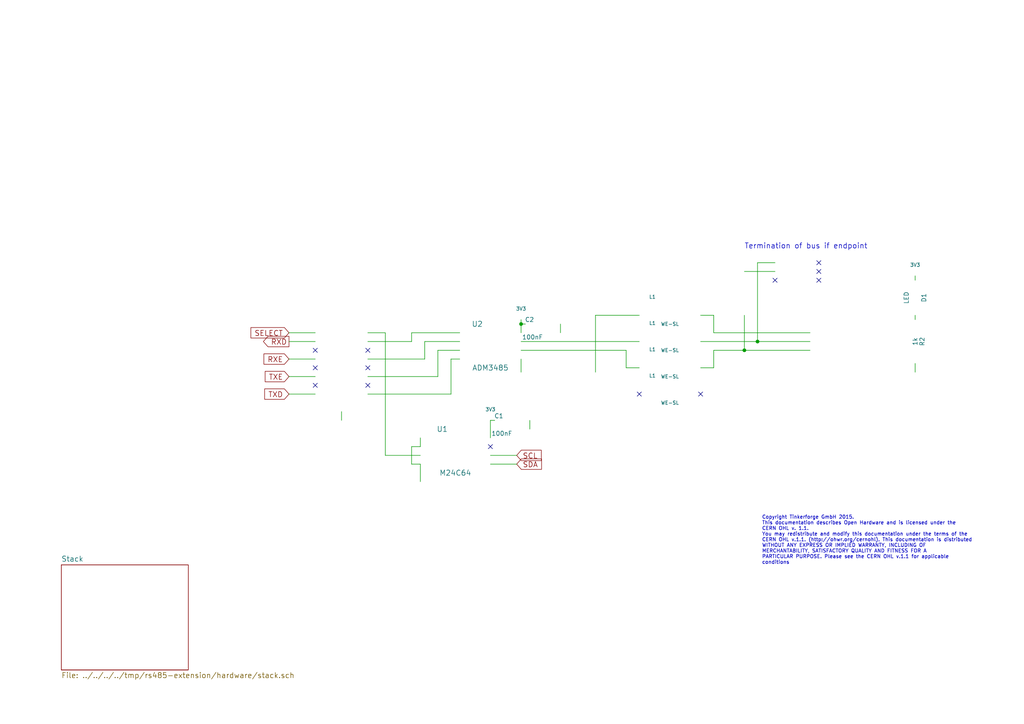
<source format=kicad_sch>
(kicad_sch (version 20230121) (generator eeschema)
  (paper "A4")
  (title_block (title "RS485 Extension") (date "Do 07 Mai 2015") (rev "1.1") (company "Tinkerforge GmbH") (comment 1 "Licensed under CERN OHL v.1.1") (comment 2 "Copyright (©) 2015, B.Nordmeyer <bastian@tinkerforge.com>"))
  (lib_symbols)
  (junction (at 151.13 93.98))
  (junction (at 215.9 101.6))
  (junction (at 219.71 99.06))
  (no_connect (at 91.44 101.6))
  (no_connect (at 142.24 129.54))
  (no_connect (at 237.49 78.74))
  (no_connect (at 106.68 106.68))
  (no_connect (at 237.49 76.2))
  (no_connect (at 91.44 111.76))
  (no_connect (at 106.68 111.76))
  (no_connect (at 106.68 101.6))
  (no_connect (at 237.49 81.28))
  (no_connect (at 185.42 114.3))
  (no_connect (at 203.2 114.3))
  (no_connect (at 91.44 106.68))
  (no_connect (at 224.79 81.28))
  (wire (pts (xy 265.43 81.28) (xy 265.43 80.01)))
  (wire (pts (xy 181.61 106.68) (xy 181.61 101.6)))
  (wire (pts (xy 153.67 124.46) (xy 153.67 121.92)))
  (wire (pts (xy 151.13 104.14) (xy 151.13 107.95)))
  (wire (pts (xy 207.01 101.6) (xy 215.9 101.6)))
  (wire (pts (xy 219.71 99.06) (xy 219.71 76.2)))
  (wire (pts (xy 142.24 132.08) (xy 149.86 132.08)))
  (wire (pts (xy 172.72 91.44) (xy 172.72 107.95)))
  (wire (pts (xy 123.19 99.06) (xy 133.35 99.06)))
  (wire (pts (xy 143.51 121.92) (xy 142.24 121.92)))
  (wire (pts (xy 133.35 104.14) (xy 130.81 104.14)))
  (wire (pts (xy 91.44 96.52) (xy 83.82 96.52)))
  (wire (pts (xy 123.19 104.14) (xy 123.19 99.06)))
  (wire (pts (xy 91.44 109.22) (xy 83.82 109.22)))
  (wire (pts (xy 203.2 99.06) (xy 219.71 99.06)))
  (wire (pts (xy 99.06 121.92) (xy 99.06 119.38)))
  (wire (pts (xy 142.24 134.62) (xy 149.86 134.62)))
  (wire (pts (xy 207.01 101.6) (xy 207.01 106.68)))
  (wire (pts (xy 207.01 96.52) (xy 207.01 91.44)))
  (wire (pts (xy 151.13 96.52) (xy 151.13 93.98)))
  (wire (pts (xy 151.13 93.98) (xy 152.4 93.98)))
  (wire (pts (xy 181.61 101.6) (xy 151.13 101.6)))
  (wire (pts (xy 119.38 96.52) (xy 133.35 96.52)))
  (wire (pts (xy 265.43 107.95) (xy 265.43 105.41)))
  (wire (pts (xy 172.72 91.44) (xy 185.42 91.44)))
  (wire (pts (xy 106.68 99.06) (xy 119.38 99.06)))
  (wire (pts (xy 219.71 99.06) (xy 234.95 99.06)))
  (wire (pts (xy 224.79 78.74) (xy 215.9 78.74)))
  (wire (pts (xy 219.71 76.2) (xy 224.79 76.2)))
  (wire (pts (xy 127 101.6) (xy 133.35 101.6)))
  (wire (pts (xy 151.13 93.98) (xy 151.13 92.71)))
  (wire (pts (xy 130.81 104.14) (xy 130.81 114.3)))
  (wire (pts (xy 215.9 101.6) (xy 234.95 101.6)))
  (wire (pts (xy 111.76 132.08) (xy 111.76 96.52)))
  (wire (pts (xy 119.38 134.62) (xy 119.38 129.54)))
  (wire (pts (xy 234.95 96.52) (xy 207.01 96.52)))
  (wire (pts (xy 121.92 129.54) (xy 121.92 127)))
  (wire (pts (xy 215.9 101.6) (xy 215.9 91.44)))
  (wire (pts (xy 106.68 104.14) (xy 123.19 104.14)))
  (wire (pts (xy 142.24 121.92) (xy 142.24 127)))
  (wire (pts (xy 119.38 134.62) (xy 121.92 134.62)))
  (wire (pts (xy 130.81 114.3) (xy 106.68 114.3)))
  (wire (pts (xy 83.82 99.06) (xy 91.44 99.06)))
  (wire (pts (xy 162.56 93.98) (xy 162.56 96.52)))
  (wire (pts (xy 83.82 114.3) (xy 91.44 114.3)))
  (wire (pts (xy 119.38 99.06) (xy 119.38 96.52)))
  (wire (pts (xy 121.92 132.08) (xy 111.76 132.08)))
  (wire (pts (xy 91.44 104.14) (xy 83.82 104.14)))
  (wire (pts (xy 185.42 106.68) (xy 181.61 106.68)))
  (wire (pts (xy 119.38 129.54) (xy 121.92 129.54)))
  (wire (pts (xy 151.13 99.06) (xy 185.42 99.06)))
  (wire (pts (xy 127 101.6) (xy 127 109.22)))
  (wire (pts (xy 265.43 92.71) (xy 265.43 91.44)))
  (wire (pts (xy 207.01 106.68) (xy 203.2 106.68)))
  (wire (pts (xy 207.01 91.44) (xy 203.2 91.44)))
  (wire (pts (xy 121.92 134.62) (xy 121.92 139.7)))
  (wire (pts (xy 127 109.22) (xy 106.68 109.22)))
  (wire (pts (xy 111.76 96.52) (xy 106.68 96.52)))
  (text "Termination of bus if endpoint" (at 215.9 72.39 0) (effects (font (size 1.524 1.524)) (justify left bottom)))
  (text "Copyright Tinkerforge GmbH 2015.\nThis documentation describes Open Hardware and is licensed under the\nCERN OHL v. 1.1.\nYou may redistribute and modify this documentation under the terms of the\nCERN OHL v.1.1. (http://ohwr.org/cernohl). This documentation is distributed\nWITHOUT ANY EXPRESS OR IMPLIED WARRANTY, INCLUDING OF\nMERCHANTABILITY, SATISFACTORY QUALITY AND FITNESS FOR A\nPARTICULAR PURPOSE. Please see the CERN OHL v.1.1 for applicable\nconditions\n" (at 220.98 163.83 0) (effects (font (size 1.016 1.016)) (justify left bottom)))
  (global_label "TXE" (shape input) (at 83.82 109.22 180) (effects (font (size 1.524 1.524))) (property "Intersheetrefs" "${INTERSHEET_REFS}" (effects hide)))
  (global_label "RXE" (shape input) (at 83.82 104.14 180) (effects (font (size 1.524 1.524))) (property "Intersheetrefs" "${INTERSHEET_REFS}" (effects hide)))
  (global_label "TXD" (shape input) (at 83.82 114.3 180) (effects (font (size 1.524 1.524))) (property "Intersheetrefs" "${INTERSHEET_REFS}" (effects hide)))
  (global_label "RXD" (shape output) (at 83.82 99.06 180) (effects (font (size 1.524 1.524))) (property "Intersheetrefs" "${INTERSHEET_REFS}" (effects hide)))
  (global_label "SDA" (shape input) (at 149.86 134.62 0) (effects (font (size 1.524 1.524))) (property "Intersheetrefs" "${INTERSHEET_REFS}" (effects hide)))
  (global_label "SCL" (shape input) (at 149.86 132.08 0) (effects (font (size 1.524 1.524))) (property "Intersheetrefs" "${INTERSHEET_REFS}" (effects hide)))
  (global_label "SELECT" (shape input) (at 83.82 96.52 180) (effects (font (size 1.524 1.524))) (property "Intersheetrefs" "${INTERSHEET_REFS}" (effects hide)))
  (symbol (lib_id "ADM3485") (at 142.24 100.33 0) (unit 1)
    (property "Reference" "U2" (at 138.43 93.98 0) (effects (font (size 1.524 1.524))))
    (property "Value" "ADM3485" (at 142.24 106.68 0) (effects (font (size 1.524 1.524))))
    (property "Footprint" "kicad-libraries:SOIC8" (effects hide))
  )
  (symbol (lib_id "3V3") (at 142.24 121.92 0) (unit 1)
    (property "Reference" "#PWR09" (effects hide))
    (property "Value" "3V3" (at 142.24 118.745 0) (effects (font (size 1.016 1.016))))
  )
  (symbol (lib_id "GND") (at 121.92 139.7 0) (unit 1)
    (property "Reference" "#PWR08" (effects hide))
    (property "Value" "GND" (effects hide))
  )
  (symbol (lib_id "GND") (at 151.13 107.95 0) (unit 1)
    (property "Reference" "#PWR07" (effects hide))
    (property "Value" "GND" (effects hide))
  )
  (symbol (lib_id "3V3") (at 151.13 92.71 0) (unit 1)
    (property "Reference" "#PWR06" (effects hide))
    (property "Value" "3V3" (at 151.13 89.535 0) (effects (font (size 1.016 1.016))))
  )
  (symbol (lib_id "CAT24C") (at 132.08 137.16 0) (unit 1)
    (property "Reference" "U1" (at 128.27 124.46 0) (effects (font (size 1.524 1.524))))
    (property "Value" "M24C64" (at 132.08 137.16 0) (effects (font (size 1.524 1.524))))
    (property "Footprint" "kicad-libraries:SOIC8" (effects hide))
  )
  (symbol (lib_id "C") (at 148.59 121.92 90) (unit 1)
    (property "Reference" "C1" (at 146.05 120.65 90) (effects (justify left)))
    (property "Value" "100nF" (at 148.59 125.73 90) (effects (justify left)))
    (property "Footprint" "kicad-libraries:C0603" (effects hide))
  )
  (symbol (lib_id "GND") (at 153.67 124.46 0) (unit 1)
    (property "Reference" "#PWR05" (effects hide))
    (property "Value" "GND" (effects hide))
  )
  (symbol (lib_id "C") (at 157.48 93.98 90) (unit 1)
    (property "Reference" "C2" (at 154.94 92.71 90) (effects (justify left)))
    (property "Value" "100nF" (at 157.48 97.79 90) (effects (justify left)))
    (property "Footprint" "kicad-libraries:C0603" (effects hide))
  )
  (symbol (lib_id "GND") (at 162.56 96.52 0) (unit 1)
    (property "Reference" "#PWR04" (effects hide))
    (property "Value" "GND" (effects hide))
  )
  (symbol (lib_id "R") (at 215.9 85.09 180) (unit 1)
    (property "Reference" "R1" (at 213.868 85.09 90))
    (property "Value" "120" (at 215.9 85.09 90))
    (property "Footprint" "kicad-libraries:R0603" (effects hide))
  )
  (symbol (lib_id "SS-2P2T-08") (at 231.14 78.74 0) (unit 1)
    (property "Reference" "SW1" (at 231.14 73.66 0) (effects (font (size 1.524 1.524))))
    (property "Value" "TER" (at 231.14 83.82 0) (effects (font (size 1.524 1.524))))
    (property "Footprint" "kicad-libraries:SLIDE_SWITCH" (effects hide))
  )
  (symbol (lib_id "CONN_3") (at 243.84 99.06 0) (mirror x) (unit 1)
    (property "Reference" "K1" (at 242.57 99.06 90))
    (property "Value" "grey" (at 245.11 99.06 90) (effects (font (size 1.016 1.016))))
    (property "Footprint" "kicad-libraries:OQ_3P" (effects hide))
  )
  (symbol (lib_id "GND") (at 172.72 107.95 0) (unit 1)
    (property "Reference" "#PWR03" (effects hide))
    (property "Value" "GND" (effects hide))
  )
  (symbol (lib_id "LED") (at 265.43 86.36 270) (unit 1)
    (property "Reference" "D1" (at 267.97 86.36 0))
    (property "Value" "LED" (at 262.89 86.36 0))
    (property "Footprint" "kicad-libraries:D0603" (effects hide))
  )
  (symbol (lib_id "R") (at 265.43 99.06 0) (unit 1)
    (property "Reference" "R2" (at 267.462 99.06 90))
    (property "Value" "1k" (at 265.43 99.06 90))
    (property "Footprint" "kicad-libraries:R0603" (effects hide))
  )
  (symbol (lib_id "GND") (at 265.43 107.95 0) (unit 1)
    (property "Reference" "#PWR02" (effects hide))
    (property "Value" "GND" (effects hide))
  )
  (symbol (lib_id "3V3") (at 265.43 80.01 0) (unit 1)
    (property "Reference" "#PWR01" (effects hide))
    (property "Value" "3V3" (at 265.43 76.835 0) (effects (font (size 1.016 1.016))))
  )
  (symbol (lib_id "WE-SL") (at 194.31 91.44 0) (unit 1)
    (property "Reference" "L1" (at 189.23 86.106 0) (effects (font (size 1.016 1.016))))
    (property "Value" "WE-SL" (at 194.31 93.98 0) (effects (font (size 1.016 1.016))))
    (property "Footprint" "kicad-libraries:WE-SL" (effects hide))
  )
  (symbol (lib_id "WE-SL") (at 194.31 99.06 0) (unit 2)
    (property "Reference" "L1" (at 189.23 93.726 0) (effects (font (size 1.016 1.016))))
    (property "Value" "WE-SL" (at 194.31 101.6 0) (effects (font (size 1.016 1.016))))
    (property "Footprint" "kicad-libraries:WE-SL" (effects hide))
  )
  (symbol (lib_id "WE-SL") (at 194.31 106.68 0) (unit 3)
    (property "Reference" "L1" (at 189.23 101.346 0) (effects (font (size 1.016 1.016))))
    (property "Value" "WE-SL" (at 194.31 109.22 0) (effects (font (size 1.016 1.016))))
    (property "Footprint" "kicad-libraries:WE-SL" (effects hide))
  )
  (symbol (lib_id "WE-SL") (at 194.31 114.3 0) (unit 4)
    (property "Reference" "L1" (at 189.23 108.966 0) (effects (font (size 1.016 1.016))))
    (property "Value" "WE-SL" (at 194.31 116.84 0) (effects (font (size 1.016 1.016))))
    (property "Footprint" "kicad-libraries:WE-SL" (effects hide))
  )
  (symbol (lib_id "Filter-8x") (at 99.06 105.41 0) (mirror y) (unit 1)
    (property "Reference" "FILTER1" (at 101.6 93.98 0) (effects (font (size 1.524 1.524))))
    (property "Value" "Filter-8x" (at 99.06 102.87 90) (effects (font (size 1.524 1.524))))
    (property "Footprint" "kicad-libraries:DFN16-33x135" (effects hide))
  )
  (symbol (lib_id "GND") (at 99.06 121.92 0) (unit 1)
    (property "Reference" "#PWR010" (effects hide))
    (property "Value" "GND" (effects hide))
  )
  (sheet (at 17.78 163.83) (size 36.83 30.48)
    (property "Sheetname" "Stack" (at 17.78 162.9914 0) (effects (font (size 1.524 1.524)) (justify left bottom)))
    (property "Sheetfile" "../../../../tmp/rs485-extension/hardware/stack.sch" (at 17.78 194.9962 0) (effects (font (size 1.524 1.524)) (justify left top)))
  )
)
</source>
